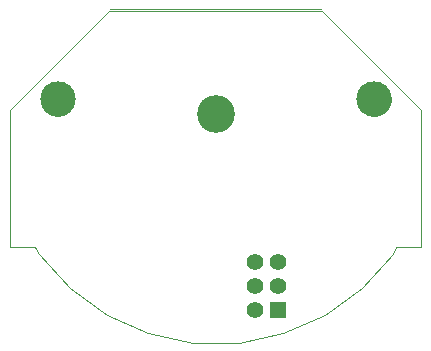
<source format=gbs>
G75*
%MOIN*%
%OFA0B0*%
%FSLAX25Y25*%
%IPPOS*%
%LPD*%
%AMOC8*
5,1,8,0,0,1.08239X$1,22.5*
%
%ADD10C,0.00000*%
%ADD11C,0.11824*%
%ADD12R,0.05600X0.05600*%
%ADD13C,0.05600*%
%ADD14C,0.12611*%
D10*
X0037313Y0048654D02*
X0051223Y0042461D01*
X0066117Y0039295D01*
X0081344Y0039295D01*
X0096237Y0042461D01*
X0110148Y0048654D01*
X0122466Y0057604D01*
X0132655Y0068919D01*
X0133959Y0071179D01*
X0142234Y0071179D01*
X0142234Y0116849D01*
X0109163Y0149919D01*
X0038297Y0149919D01*
X0005226Y0116849D01*
X0005226Y0071179D01*
X0013501Y0071179D01*
X0014806Y0068919D01*
X0024994Y0057604D01*
X0037313Y0048654D01*
X0015462Y0120412D02*
X0015464Y0120560D01*
X0015470Y0120708D01*
X0015480Y0120856D01*
X0015494Y0121003D01*
X0015512Y0121150D01*
X0015533Y0121296D01*
X0015559Y0121442D01*
X0015589Y0121587D01*
X0015622Y0121731D01*
X0015660Y0121874D01*
X0015701Y0122016D01*
X0015746Y0122157D01*
X0015794Y0122297D01*
X0015847Y0122436D01*
X0015903Y0122573D01*
X0015963Y0122708D01*
X0016026Y0122842D01*
X0016093Y0122974D01*
X0016164Y0123104D01*
X0016238Y0123232D01*
X0016315Y0123358D01*
X0016396Y0123482D01*
X0016480Y0123604D01*
X0016567Y0123723D01*
X0016658Y0123840D01*
X0016752Y0123955D01*
X0016848Y0124067D01*
X0016948Y0124177D01*
X0017050Y0124283D01*
X0017156Y0124387D01*
X0017264Y0124488D01*
X0017375Y0124586D01*
X0017488Y0124682D01*
X0017604Y0124774D01*
X0017722Y0124863D01*
X0017843Y0124948D01*
X0017966Y0125031D01*
X0018091Y0125110D01*
X0018218Y0125186D01*
X0018347Y0125258D01*
X0018478Y0125327D01*
X0018611Y0125392D01*
X0018746Y0125453D01*
X0018882Y0125511D01*
X0019019Y0125566D01*
X0019158Y0125616D01*
X0019299Y0125663D01*
X0019440Y0125706D01*
X0019583Y0125746D01*
X0019727Y0125781D01*
X0019871Y0125813D01*
X0020017Y0125840D01*
X0020163Y0125864D01*
X0020310Y0125884D01*
X0020457Y0125900D01*
X0020604Y0125912D01*
X0020752Y0125920D01*
X0020900Y0125924D01*
X0021048Y0125924D01*
X0021196Y0125920D01*
X0021344Y0125912D01*
X0021491Y0125900D01*
X0021638Y0125884D01*
X0021785Y0125864D01*
X0021931Y0125840D01*
X0022077Y0125813D01*
X0022221Y0125781D01*
X0022365Y0125746D01*
X0022508Y0125706D01*
X0022649Y0125663D01*
X0022790Y0125616D01*
X0022929Y0125566D01*
X0023066Y0125511D01*
X0023202Y0125453D01*
X0023337Y0125392D01*
X0023470Y0125327D01*
X0023601Y0125258D01*
X0023730Y0125186D01*
X0023857Y0125110D01*
X0023982Y0125031D01*
X0024105Y0124948D01*
X0024226Y0124863D01*
X0024344Y0124774D01*
X0024460Y0124682D01*
X0024573Y0124586D01*
X0024684Y0124488D01*
X0024792Y0124387D01*
X0024898Y0124283D01*
X0025000Y0124177D01*
X0025100Y0124067D01*
X0025196Y0123955D01*
X0025290Y0123840D01*
X0025381Y0123723D01*
X0025468Y0123604D01*
X0025552Y0123482D01*
X0025633Y0123358D01*
X0025710Y0123232D01*
X0025784Y0123104D01*
X0025855Y0122974D01*
X0025922Y0122842D01*
X0025985Y0122708D01*
X0026045Y0122573D01*
X0026101Y0122436D01*
X0026154Y0122297D01*
X0026202Y0122157D01*
X0026247Y0122016D01*
X0026288Y0121874D01*
X0026326Y0121731D01*
X0026359Y0121587D01*
X0026389Y0121442D01*
X0026415Y0121296D01*
X0026436Y0121150D01*
X0026454Y0121003D01*
X0026468Y0120856D01*
X0026478Y0120708D01*
X0026484Y0120560D01*
X0026486Y0120412D01*
X0026484Y0120264D01*
X0026478Y0120116D01*
X0026468Y0119968D01*
X0026454Y0119821D01*
X0026436Y0119674D01*
X0026415Y0119528D01*
X0026389Y0119382D01*
X0026359Y0119237D01*
X0026326Y0119093D01*
X0026288Y0118950D01*
X0026247Y0118808D01*
X0026202Y0118667D01*
X0026154Y0118527D01*
X0026101Y0118388D01*
X0026045Y0118251D01*
X0025985Y0118116D01*
X0025922Y0117982D01*
X0025855Y0117850D01*
X0025784Y0117720D01*
X0025710Y0117592D01*
X0025633Y0117466D01*
X0025552Y0117342D01*
X0025468Y0117220D01*
X0025381Y0117101D01*
X0025290Y0116984D01*
X0025196Y0116869D01*
X0025100Y0116757D01*
X0025000Y0116647D01*
X0024898Y0116541D01*
X0024792Y0116437D01*
X0024684Y0116336D01*
X0024573Y0116238D01*
X0024460Y0116142D01*
X0024344Y0116050D01*
X0024226Y0115961D01*
X0024105Y0115876D01*
X0023982Y0115793D01*
X0023857Y0115714D01*
X0023730Y0115638D01*
X0023601Y0115566D01*
X0023470Y0115497D01*
X0023337Y0115432D01*
X0023202Y0115371D01*
X0023066Y0115313D01*
X0022929Y0115258D01*
X0022790Y0115208D01*
X0022649Y0115161D01*
X0022508Y0115118D01*
X0022365Y0115078D01*
X0022221Y0115043D01*
X0022077Y0115011D01*
X0021931Y0114984D01*
X0021785Y0114960D01*
X0021638Y0114940D01*
X0021491Y0114924D01*
X0021344Y0114912D01*
X0021196Y0114904D01*
X0021048Y0114900D01*
X0020900Y0114900D01*
X0020752Y0114904D01*
X0020604Y0114912D01*
X0020457Y0114924D01*
X0020310Y0114940D01*
X0020163Y0114960D01*
X0020017Y0114984D01*
X0019871Y0115011D01*
X0019727Y0115043D01*
X0019583Y0115078D01*
X0019440Y0115118D01*
X0019299Y0115161D01*
X0019158Y0115208D01*
X0019019Y0115258D01*
X0018882Y0115313D01*
X0018746Y0115371D01*
X0018611Y0115432D01*
X0018478Y0115497D01*
X0018347Y0115566D01*
X0018218Y0115638D01*
X0018091Y0115714D01*
X0017966Y0115793D01*
X0017843Y0115876D01*
X0017722Y0115961D01*
X0017604Y0116050D01*
X0017488Y0116142D01*
X0017375Y0116238D01*
X0017264Y0116336D01*
X0017156Y0116437D01*
X0017050Y0116541D01*
X0016948Y0116647D01*
X0016848Y0116757D01*
X0016752Y0116869D01*
X0016658Y0116984D01*
X0016567Y0117101D01*
X0016480Y0117220D01*
X0016396Y0117342D01*
X0016315Y0117466D01*
X0016238Y0117592D01*
X0016164Y0117720D01*
X0016093Y0117850D01*
X0016026Y0117982D01*
X0015963Y0118116D01*
X0015903Y0118251D01*
X0015847Y0118388D01*
X0015794Y0118527D01*
X0015746Y0118667D01*
X0015701Y0118808D01*
X0015660Y0118950D01*
X0015622Y0119093D01*
X0015589Y0119237D01*
X0015559Y0119382D01*
X0015533Y0119528D01*
X0015512Y0119674D01*
X0015494Y0119821D01*
X0015480Y0119968D01*
X0015470Y0120116D01*
X0015464Y0120264D01*
X0015462Y0120412D01*
X0038612Y0150628D02*
X0108691Y0150628D01*
X0120994Y0120412D02*
X0120996Y0120560D01*
X0121002Y0120708D01*
X0121012Y0120856D01*
X0121026Y0121003D01*
X0121044Y0121150D01*
X0121065Y0121296D01*
X0121091Y0121442D01*
X0121121Y0121587D01*
X0121154Y0121731D01*
X0121192Y0121874D01*
X0121233Y0122016D01*
X0121278Y0122157D01*
X0121326Y0122297D01*
X0121379Y0122436D01*
X0121435Y0122573D01*
X0121495Y0122708D01*
X0121558Y0122842D01*
X0121625Y0122974D01*
X0121696Y0123104D01*
X0121770Y0123232D01*
X0121847Y0123358D01*
X0121928Y0123482D01*
X0122012Y0123604D01*
X0122099Y0123723D01*
X0122190Y0123840D01*
X0122284Y0123955D01*
X0122380Y0124067D01*
X0122480Y0124177D01*
X0122582Y0124283D01*
X0122688Y0124387D01*
X0122796Y0124488D01*
X0122907Y0124586D01*
X0123020Y0124682D01*
X0123136Y0124774D01*
X0123254Y0124863D01*
X0123375Y0124948D01*
X0123498Y0125031D01*
X0123623Y0125110D01*
X0123750Y0125186D01*
X0123879Y0125258D01*
X0124010Y0125327D01*
X0124143Y0125392D01*
X0124278Y0125453D01*
X0124414Y0125511D01*
X0124551Y0125566D01*
X0124690Y0125616D01*
X0124831Y0125663D01*
X0124972Y0125706D01*
X0125115Y0125746D01*
X0125259Y0125781D01*
X0125403Y0125813D01*
X0125549Y0125840D01*
X0125695Y0125864D01*
X0125842Y0125884D01*
X0125989Y0125900D01*
X0126136Y0125912D01*
X0126284Y0125920D01*
X0126432Y0125924D01*
X0126580Y0125924D01*
X0126728Y0125920D01*
X0126876Y0125912D01*
X0127023Y0125900D01*
X0127170Y0125884D01*
X0127317Y0125864D01*
X0127463Y0125840D01*
X0127609Y0125813D01*
X0127753Y0125781D01*
X0127897Y0125746D01*
X0128040Y0125706D01*
X0128181Y0125663D01*
X0128322Y0125616D01*
X0128461Y0125566D01*
X0128598Y0125511D01*
X0128734Y0125453D01*
X0128869Y0125392D01*
X0129002Y0125327D01*
X0129133Y0125258D01*
X0129262Y0125186D01*
X0129389Y0125110D01*
X0129514Y0125031D01*
X0129637Y0124948D01*
X0129758Y0124863D01*
X0129876Y0124774D01*
X0129992Y0124682D01*
X0130105Y0124586D01*
X0130216Y0124488D01*
X0130324Y0124387D01*
X0130430Y0124283D01*
X0130532Y0124177D01*
X0130632Y0124067D01*
X0130728Y0123955D01*
X0130822Y0123840D01*
X0130913Y0123723D01*
X0131000Y0123604D01*
X0131084Y0123482D01*
X0131165Y0123358D01*
X0131242Y0123232D01*
X0131316Y0123104D01*
X0131387Y0122974D01*
X0131454Y0122842D01*
X0131517Y0122708D01*
X0131577Y0122573D01*
X0131633Y0122436D01*
X0131686Y0122297D01*
X0131734Y0122157D01*
X0131779Y0122016D01*
X0131820Y0121874D01*
X0131858Y0121731D01*
X0131891Y0121587D01*
X0131921Y0121442D01*
X0131947Y0121296D01*
X0131968Y0121150D01*
X0131986Y0121003D01*
X0132000Y0120856D01*
X0132010Y0120708D01*
X0132016Y0120560D01*
X0132018Y0120412D01*
X0132016Y0120264D01*
X0132010Y0120116D01*
X0132000Y0119968D01*
X0131986Y0119821D01*
X0131968Y0119674D01*
X0131947Y0119528D01*
X0131921Y0119382D01*
X0131891Y0119237D01*
X0131858Y0119093D01*
X0131820Y0118950D01*
X0131779Y0118808D01*
X0131734Y0118667D01*
X0131686Y0118527D01*
X0131633Y0118388D01*
X0131577Y0118251D01*
X0131517Y0118116D01*
X0131454Y0117982D01*
X0131387Y0117850D01*
X0131316Y0117720D01*
X0131242Y0117592D01*
X0131165Y0117466D01*
X0131084Y0117342D01*
X0131000Y0117220D01*
X0130913Y0117101D01*
X0130822Y0116984D01*
X0130728Y0116869D01*
X0130632Y0116757D01*
X0130532Y0116647D01*
X0130430Y0116541D01*
X0130324Y0116437D01*
X0130216Y0116336D01*
X0130105Y0116238D01*
X0129992Y0116142D01*
X0129876Y0116050D01*
X0129758Y0115961D01*
X0129637Y0115876D01*
X0129514Y0115793D01*
X0129389Y0115714D01*
X0129262Y0115638D01*
X0129133Y0115566D01*
X0129002Y0115497D01*
X0128869Y0115432D01*
X0128734Y0115371D01*
X0128598Y0115313D01*
X0128461Y0115258D01*
X0128322Y0115208D01*
X0128181Y0115161D01*
X0128040Y0115118D01*
X0127897Y0115078D01*
X0127753Y0115043D01*
X0127609Y0115011D01*
X0127463Y0114984D01*
X0127317Y0114960D01*
X0127170Y0114940D01*
X0127023Y0114924D01*
X0126876Y0114912D01*
X0126728Y0114904D01*
X0126580Y0114900D01*
X0126432Y0114900D01*
X0126284Y0114904D01*
X0126136Y0114912D01*
X0125989Y0114924D01*
X0125842Y0114940D01*
X0125695Y0114960D01*
X0125549Y0114984D01*
X0125403Y0115011D01*
X0125259Y0115043D01*
X0125115Y0115078D01*
X0124972Y0115118D01*
X0124831Y0115161D01*
X0124690Y0115208D01*
X0124551Y0115258D01*
X0124414Y0115313D01*
X0124278Y0115371D01*
X0124143Y0115432D01*
X0124010Y0115497D01*
X0123879Y0115566D01*
X0123750Y0115638D01*
X0123623Y0115714D01*
X0123498Y0115793D01*
X0123375Y0115876D01*
X0123254Y0115961D01*
X0123136Y0116050D01*
X0123020Y0116142D01*
X0122907Y0116238D01*
X0122796Y0116336D01*
X0122688Y0116437D01*
X0122582Y0116541D01*
X0122480Y0116647D01*
X0122380Y0116757D01*
X0122284Y0116869D01*
X0122190Y0116984D01*
X0122099Y0117101D01*
X0122012Y0117220D01*
X0121928Y0117342D01*
X0121847Y0117466D01*
X0121770Y0117592D01*
X0121696Y0117720D01*
X0121625Y0117850D01*
X0121558Y0117982D01*
X0121495Y0118116D01*
X0121435Y0118251D01*
X0121379Y0118388D01*
X0121326Y0118527D01*
X0121278Y0118667D01*
X0121233Y0118808D01*
X0121192Y0118950D01*
X0121154Y0119093D01*
X0121121Y0119237D01*
X0121091Y0119382D01*
X0121065Y0119528D01*
X0121044Y0119674D01*
X0121026Y0119821D01*
X0121012Y0119968D01*
X0121002Y0120116D01*
X0120996Y0120264D01*
X0120994Y0120412D01*
D11*
X0126506Y0120412D03*
X0020974Y0120412D03*
D12*
X0094596Y0050313D03*
D13*
X0086722Y0050313D03*
X0086722Y0058187D03*
X0086722Y0066061D03*
X0094596Y0066061D03*
X0094596Y0058187D03*
D14*
X0073730Y0115667D03*
M02*

</source>
